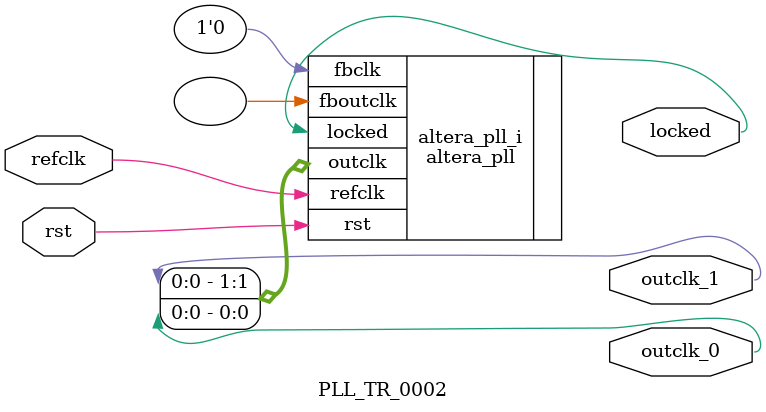
<source format=v>
`timescale 1ns/10ps
module  PLL_TR_0002(

	// interface 'refclk'
	input wire refclk,

	// interface 'reset'
	input wire rst,

	// interface 'outclk0'
	output wire outclk_0,

	// interface 'outclk1'
	output wire outclk_1,

	// interface 'locked'
	output wire locked
);

	altera_pll #(
		.fractional_vco_multiplier("false"),
		.reference_clock_frequency("80.0 MHz"),
		.operation_mode("direct"),
		.number_of_clocks(2),
		.output_clock_frequency0("160.000000 MHz"),
		.phase_shift0("0 ps"),
		.duty_cycle0(50),
		.output_clock_frequency1("40.000000 MHz"),
		.phase_shift1("5000 ps"),
		.duty_cycle1(50),
		.output_clock_frequency2("0 MHz"),
		.phase_shift2("0 ps"),
		.duty_cycle2(50),
		.output_clock_frequency3("0 MHz"),
		.phase_shift3("0 ps"),
		.duty_cycle3(50),
		.output_clock_frequency4("0 MHz"),
		.phase_shift4("0 ps"),
		.duty_cycle4(50),
		.output_clock_frequency5("0 MHz"),
		.phase_shift5("0 ps"),
		.duty_cycle5(50),
		.output_clock_frequency6("0 MHz"),
		.phase_shift6("0 ps"),
		.duty_cycle6(50),
		.output_clock_frequency7("0 MHz"),
		.phase_shift7("0 ps"),
		.duty_cycle7(50),
		.output_clock_frequency8("0 MHz"),
		.phase_shift8("0 ps"),
		.duty_cycle8(50),
		.output_clock_frequency9("0 MHz"),
		.phase_shift9("0 ps"),
		.duty_cycle9(50),
		.output_clock_frequency10("0 MHz"),
		.phase_shift10("0 ps"),
		.duty_cycle10(50),
		.output_clock_frequency11("0 MHz"),
		.phase_shift11("0 ps"),
		.duty_cycle11(50),
		.output_clock_frequency12("0 MHz"),
		.phase_shift12("0 ps"),
		.duty_cycle12(50),
		.output_clock_frequency13("0 MHz"),
		.phase_shift13("0 ps"),
		.duty_cycle13(50),
		.output_clock_frequency14("0 MHz"),
		.phase_shift14("0 ps"),
		.duty_cycle14(50),
		.output_clock_frequency15("0 MHz"),
		.phase_shift15("0 ps"),
		.duty_cycle15(50),
		.output_clock_frequency16("0 MHz"),
		.phase_shift16("0 ps"),
		.duty_cycle16(50),
		.output_clock_frequency17("0 MHz"),
		.phase_shift17("0 ps"),
		.duty_cycle17(50),
		.pll_type("General"),
		.pll_subtype("General")
	) altera_pll_i (
		.rst	(rst),
		.outclk	({outclk_1, outclk_0}),
		.locked	(locked),
		.fboutclk	( ),
		.fbclk	(1'b0),
		.refclk	(refclk)
	);
endmodule


</source>
